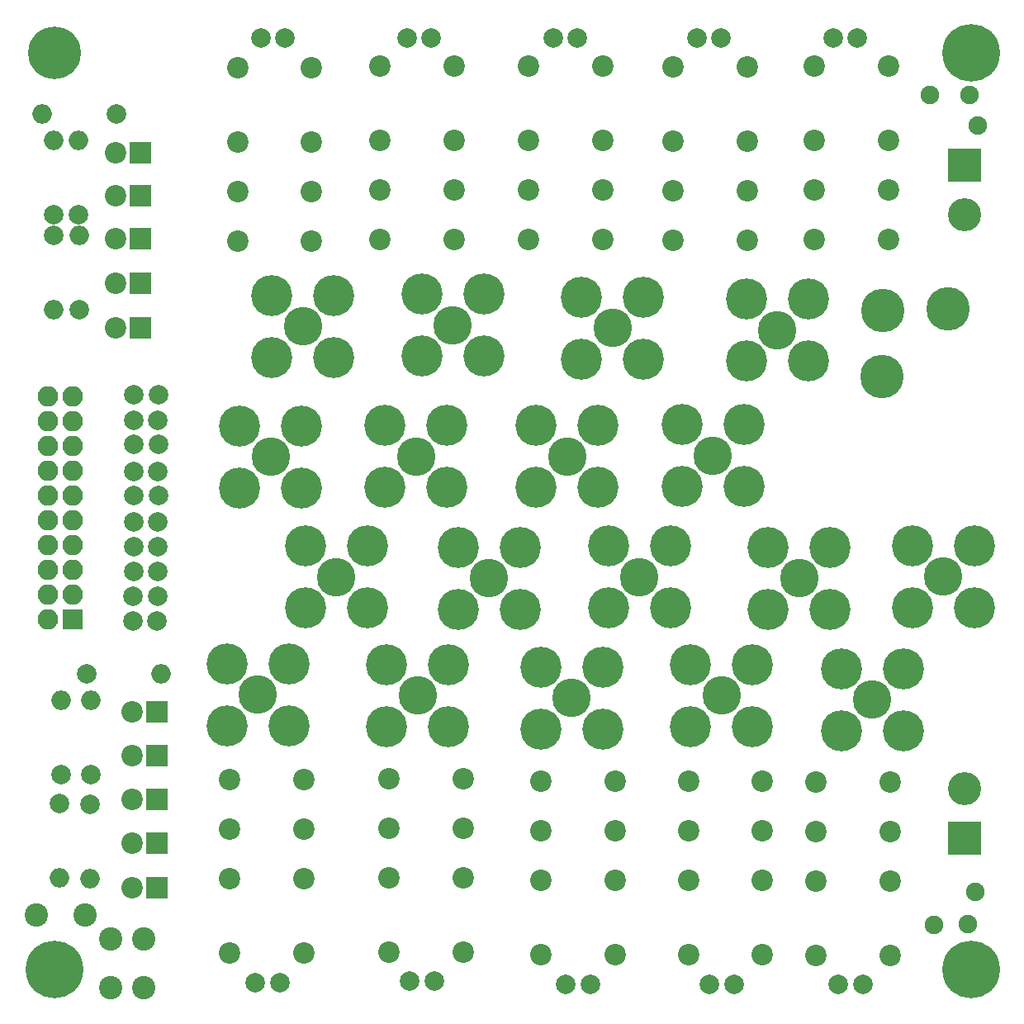
<source format=gbr>
G04 #@! TF.FileFunction,Soldermask,Bot*
%FSLAX46Y46*%
G04 Gerber Fmt 4.6, Leading zero omitted, Abs format (unit mm)*
G04 Created by KiCad (PCBNEW 4.0.7) date 02/23/19 21:38:06*
%MOMM*%
%LPD*%
G01*
G04 APERTURE LIST*
%ADD10C,0.100000*%
%ADD11C,2.200000*%
%ADD12C,2.000000*%
%ADD13O,2.000000X2.000000*%
%ADD14R,2.200000X2.200000*%
%ADD15R,3.400000X3.400000*%
%ADD16C,3.400000*%
%ADD17C,5.900000*%
%ADD18R,2.100000X2.100000*%
%ADD19O,2.100000X2.100000*%
%ADD20C,2.400000*%
%ADD21O,1.900000X1.900000*%
%ADD22C,5.400000*%
%ADD23C,4.210000*%
%ADD24C,3.956000*%
%ADD25C,4.464000*%
G04 APERTURE END LIST*
D10*
D11*
X87322500Y-137571500D03*
X87322500Y-127411500D03*
X87322500Y-132491500D03*
X94922500Y-132491500D03*
X94922500Y-137571500D03*
X94922500Y-127411500D03*
X87322500Y-145191500D03*
X94922500Y-145191500D03*
X131074000Y-137889000D03*
X131074000Y-127729000D03*
X131074000Y-132809000D03*
X138674000Y-132809000D03*
X138674000Y-137889000D03*
X138674000Y-127729000D03*
X131074000Y-145509000D03*
X138674000Y-145509000D03*
X70939500Y-137698500D03*
X70939500Y-127538500D03*
X70939500Y-132618500D03*
X78539500Y-132618500D03*
X78539500Y-137698500D03*
X78539500Y-127538500D03*
X70939500Y-145318500D03*
X78539500Y-145318500D03*
D12*
X53479700Y-129921000D03*
D13*
X53479700Y-137541000D03*
D12*
X74168000Y-51435000D03*
X76668000Y-51435000D03*
X63535560Y-111257080D03*
X61035560Y-111257080D03*
D14*
X63538100Y-129552700D03*
D11*
X60998100Y-129552700D03*
D12*
X52946300Y-71691500D03*
D13*
X52946300Y-79311500D03*
D14*
X63538100Y-138582400D03*
D11*
X60998100Y-138582400D03*
D14*
X63538100Y-133997700D03*
D11*
X60998100Y-133997700D03*
D15*
X146291300Y-133502400D03*
D16*
X146291300Y-128422400D03*
D12*
X135890000Y-148463000D03*
X133390000Y-148463000D03*
X122682000Y-148463000D03*
X120182000Y-148463000D03*
X107950000Y-148463000D03*
X105450000Y-148463000D03*
X91922600Y-148196300D03*
X89422600Y-148196300D03*
X76108560Y-148305520D03*
X73608560Y-148305520D03*
X89154000Y-51435000D03*
X91654000Y-51435000D03*
X104140000Y-51435000D03*
X106640000Y-51435000D03*
X118872000Y-51435000D03*
X121372000Y-51435000D03*
X59334400Y-59283600D03*
D13*
X51714400Y-59283600D03*
D15*
X146304000Y-64516000D03*
D16*
X146304000Y-69596000D03*
D17*
X147000000Y-53000000D03*
X53000000Y-147000000D03*
D12*
X52920900Y-69596000D03*
D13*
X52920900Y-61976000D03*
D14*
X63538100Y-125031500D03*
D11*
X60998100Y-125031500D03*
D14*
X63512700Y-120535700D03*
D11*
X60972700Y-120535700D03*
D14*
X61800000Y-81200000D03*
D11*
X59260000Y-81200000D03*
D14*
X61800000Y-76600000D03*
D11*
X59260000Y-76600000D03*
D14*
X61800000Y-72000000D03*
D11*
X59260000Y-72000000D03*
D12*
X56667400Y-130048000D03*
D13*
X56667400Y-137668000D03*
D12*
X53644800Y-127025400D03*
D13*
X53644800Y-119405400D03*
D12*
X56730900Y-126949200D03*
D13*
X56730900Y-119329200D03*
D12*
X56273700Y-116624100D03*
D13*
X63893700Y-116624100D03*
D12*
X55525000Y-79325000D03*
D13*
X55525000Y-71705000D03*
D12*
X55475000Y-69625000D03*
D13*
X55475000Y-62005000D03*
D14*
X61800000Y-67600000D03*
D11*
X59260000Y-67600000D03*
D14*
X61800000Y-63200000D03*
D11*
X59260000Y-63200000D03*
D18*
X54864000Y-111061500D03*
D19*
X52324000Y-111061500D03*
X54864000Y-108521500D03*
X52324000Y-108521500D03*
X54864000Y-105981500D03*
X52324000Y-105981500D03*
X54864000Y-103441500D03*
X52324000Y-103441500D03*
X54864000Y-100901500D03*
X52324000Y-100901500D03*
X54864000Y-98361500D03*
X52324000Y-98361500D03*
X54864000Y-95821500D03*
X52324000Y-95821500D03*
X54864000Y-93281500D03*
X52324000Y-93281500D03*
X54864000Y-90741500D03*
X52324000Y-90741500D03*
X54864000Y-88201500D03*
X52324000Y-88201500D03*
D12*
X63652400Y-88011000D03*
X61152400Y-88011000D03*
X63601600Y-90627200D03*
X61101600Y-90627200D03*
X63652400Y-93141800D03*
X61152400Y-93141800D03*
X63601600Y-95935800D03*
X61101600Y-95935800D03*
X63652400Y-98399600D03*
X61152400Y-98399600D03*
X63601600Y-101041200D03*
X61101600Y-101041200D03*
X63627000Y-103632000D03*
X61127000Y-103632000D03*
X63627000Y-106146600D03*
X61127000Y-106146600D03*
X63591440Y-108686600D03*
X61091440Y-108686600D03*
D20*
X58790840Y-148859240D03*
X58790840Y-143859240D03*
X62191900Y-148805900D03*
X62191900Y-143805900D03*
X56121300Y-141401800D03*
X51121300Y-141401800D03*
D17*
X147000000Y-147000000D03*
D21*
X146812000Y-57277000D03*
X142748000Y-57340500D03*
X143192500Y-142367000D03*
X146621500Y-142303500D03*
D11*
X117993000Y-137825500D03*
X117993000Y-127665500D03*
X117993000Y-132745500D03*
X125593000Y-132745500D03*
X125593000Y-137825500D03*
X125593000Y-127665500D03*
X117993000Y-145445500D03*
X125593000Y-145445500D03*
X102880000Y-137825500D03*
X102880000Y-127665500D03*
X102880000Y-132745500D03*
X110480000Y-132745500D03*
X110480000Y-137825500D03*
X110480000Y-127665500D03*
X102880000Y-145445500D03*
X110480000Y-145445500D03*
X79365000Y-62136000D03*
X79365000Y-72296000D03*
X79365000Y-67216000D03*
X71765000Y-67216000D03*
X71765000Y-62136000D03*
X71765000Y-72296000D03*
X79365000Y-54516000D03*
X71765000Y-54516000D03*
X93970000Y-62009000D03*
X93970000Y-72169000D03*
X93970000Y-67089000D03*
X86370000Y-67089000D03*
X86370000Y-62009000D03*
X86370000Y-72169000D03*
X93970000Y-54389000D03*
X86370000Y-54389000D03*
X109210000Y-61945500D03*
X109210000Y-72105500D03*
X109210000Y-67025500D03*
X101610000Y-67025500D03*
X101610000Y-61945500D03*
X101610000Y-72105500D03*
X109210000Y-54325500D03*
X101610000Y-54325500D03*
X124005500Y-62072500D03*
X124005500Y-72232500D03*
X124005500Y-67152500D03*
X116405500Y-67152500D03*
X116405500Y-62072500D03*
X116405500Y-72232500D03*
X124005500Y-54452500D03*
X116405500Y-54452500D03*
X138483500Y-62009000D03*
X138483500Y-72169000D03*
X138483500Y-67089000D03*
X130883500Y-67089000D03*
X130883500Y-62009000D03*
X130883500Y-72169000D03*
X138483500Y-54389000D03*
X130883500Y-54389000D03*
D22*
X53000000Y-53000000D03*
D23*
X75311000Y-77851000D03*
D24*
X78486000Y-81026000D03*
D23*
X81661000Y-77851000D03*
X75311000Y-84201000D03*
X81661000Y-84201000D03*
X133667500Y-116141500D03*
D24*
X136842500Y-119316500D03*
D23*
X140017500Y-116141500D03*
X133667500Y-122491500D03*
X140017500Y-122491500D03*
X72009000Y-91249500D03*
D24*
X75184000Y-94424500D03*
D23*
X78359000Y-91249500D03*
X72009000Y-97599500D03*
X78359000Y-97599500D03*
X140970000Y-103505000D03*
D24*
X144145000Y-106680000D03*
D23*
X147320000Y-103505000D03*
X140970000Y-109855000D03*
X147320000Y-109855000D03*
X90678000Y-77724000D03*
D24*
X93853000Y-80899000D03*
D23*
X97028000Y-77724000D03*
X90678000Y-84074000D03*
X97028000Y-84074000D03*
X118237000Y-115697000D03*
D24*
X121412000Y-118872000D03*
D23*
X124587000Y-115697000D03*
X118237000Y-122047000D03*
X124587000Y-122047000D03*
X86903560Y-91206320D03*
D24*
X90078560Y-94381320D03*
D23*
X93253560Y-91206320D03*
X86903560Y-97556320D03*
X93253560Y-97556320D03*
X126174500Y-103682800D03*
D24*
X129349500Y-106857800D03*
D23*
X132524500Y-103682800D03*
X126174500Y-110032800D03*
X132524500Y-110032800D03*
X107061000Y-78041500D03*
D24*
X110236000Y-81216500D03*
D23*
X113411000Y-78041500D03*
X107061000Y-84391500D03*
X113411000Y-84391500D03*
X102870000Y-115951000D03*
D24*
X106045000Y-119126000D03*
D23*
X109220000Y-115951000D03*
X102870000Y-122301000D03*
X109220000Y-122301000D03*
X102382320Y-91206320D03*
D24*
X105557320Y-94381320D03*
D23*
X108732320Y-91206320D03*
X102382320Y-97556320D03*
X108732320Y-97556320D03*
X109791500Y-103568500D03*
D24*
X112966500Y-106743500D03*
D23*
X116141500Y-103568500D03*
X109791500Y-109918500D03*
X116141500Y-109918500D03*
X123952000Y-78232000D03*
D24*
X127127000Y-81407000D03*
D23*
X130302000Y-78232000D03*
X123952000Y-84582000D03*
X130302000Y-84582000D03*
X87058500Y-115697000D03*
D24*
X90233500Y-118872000D03*
D23*
X93408500Y-115697000D03*
X87058500Y-122047000D03*
X93408500Y-122047000D03*
X117348000Y-91122500D03*
D24*
X120523000Y-94297500D03*
D23*
X123698000Y-91122500D03*
X117348000Y-97472500D03*
X123698000Y-97472500D03*
X94386400Y-103670100D03*
D24*
X97561400Y-106845100D03*
D23*
X100736400Y-103670100D03*
X94386400Y-110020100D03*
X100736400Y-110020100D03*
X70700900Y-115620800D03*
D24*
X73875900Y-118795800D03*
D23*
X77050900Y-115620800D03*
X70700900Y-121970800D03*
X77050900Y-121970800D03*
X78740000Y-103568500D03*
D24*
X81915000Y-106743500D03*
D23*
X85090000Y-103568500D03*
X78740000Y-109918500D03*
X85090000Y-109918500D03*
D12*
X132842000Y-51498500D03*
X135342000Y-51498500D03*
D25*
X137922000Y-79375000D03*
X144576800Y-79273400D03*
X137871200Y-86182200D03*
D21*
X147383500Y-139001500D03*
X147637500Y-60452000D03*
M02*

</source>
